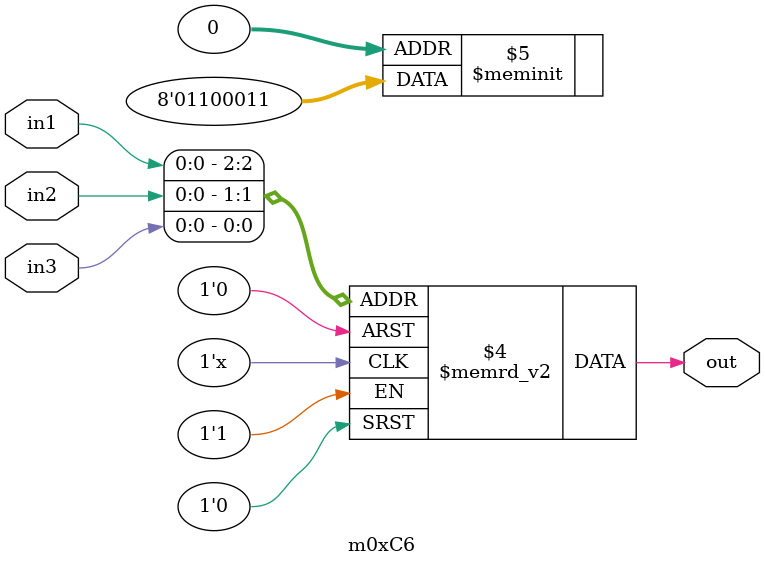
<source format=v>
module m0xC6(output out, input in1, in2, in3);

   always @(in1, in2, in3)
     begin
        case({in1, in2, in3})
          3'b000: {out} = 1'b1;
          3'b001: {out} = 1'b1;
          3'b010: {out} = 1'b0;
          3'b011: {out} = 1'b0;
          3'b100: {out} = 1'b0;
          3'b101: {out} = 1'b1;
          3'b110: {out} = 1'b1;
          3'b111: {out} = 1'b0;
        endcase // case ({in1, in2, in3})
     end // always @ (in1, in2, in3)

endmodule // m0xC6
</source>
